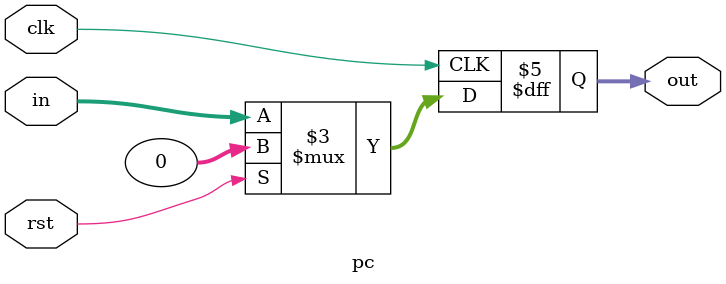
<source format=v>

module pc (clk, rst, in, out);

    // Base address for the first instruction
    parameter BASE_INSTRUCTION = 32'h00000000;
    // Size of the instruction (32 bits)
    parameter SIZE = 32;
    
    // input port
    input [SIZE-1:0] in;                                                // Input address (32 bits)
    input clk, rst;                                                   // Clock and reset signals

    // output port
    output reg [SIZE-1:0] out;                                          // Output address (32 bits)

    // Always block triggered on the rising edge of the clock
    always @(posedge clk) begin
        if (rst) begin
            // If reset is high, set the output to the base instruction address
            out <= BASE_INSTRUCTION;
        end else begin
            // Otherwise, increment the input address by 4 and assign it to the output
            out <= in;
        end
    end

endmodule














</source>
